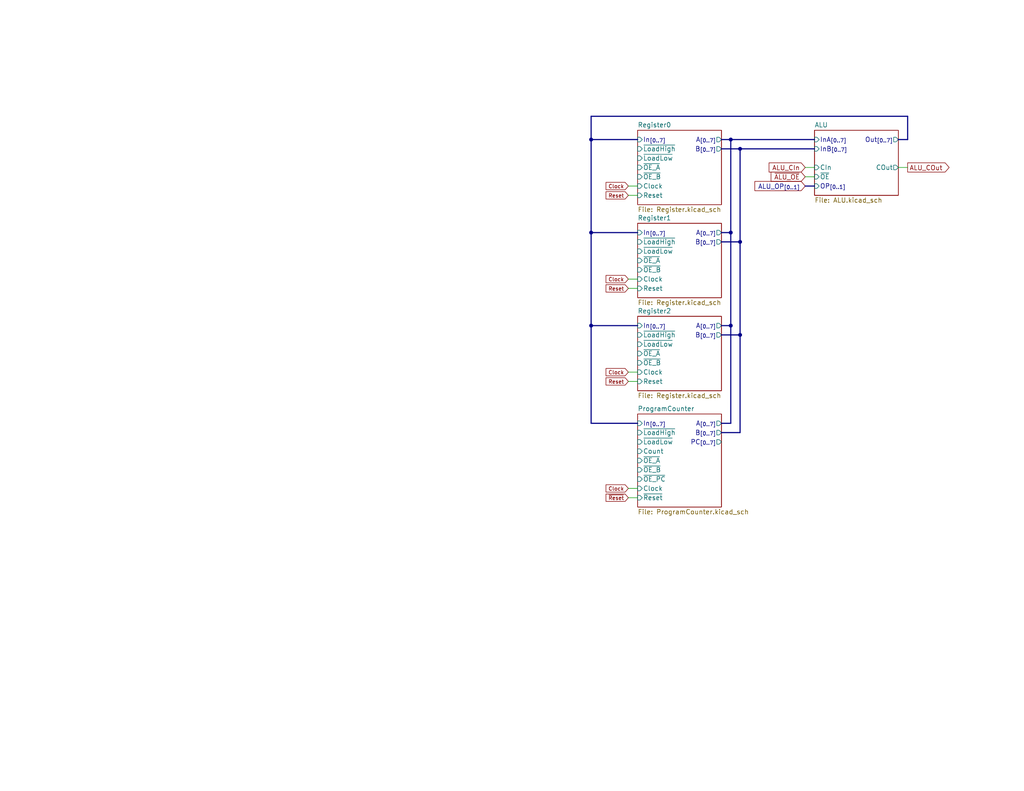
<source format=kicad_sch>
(kicad_sch
	(version 20250114)
	(generator "eeschema")
	(generator_version "9.0")
	(uuid "e198223b-f7bd-4b26-ae2e-259db8d07fb6")
	(paper "USLetter")
	(title_block
		(title "BRISC8 CPU")
		(date "2025-06-05")
		(rev "v1.0.0")
		(company "Brian Duffy")
		(comment 3 "Compatible with the BRISC8 assembler and compiler suite.")
		(comment 4 "Simple 8-bit RISC CPU designed by Brian Duffy to explore the lowest level of computing.")
	)
	(lib_symbols)
	(junction
		(at 161.29 38.1)
		(diameter 0)
		(color 0 0 0 0)
		(uuid "2cb600c6-c2c4-44ec-95d1-48ea1e54dfce")
	)
	(junction
		(at 199.39 63.5)
		(diameter 0)
		(color 0 0 0 0)
		(uuid "33599d49-edd7-410c-916c-109d15959975")
	)
	(junction
		(at 199.39 88.9)
		(diameter 0)
		(color 0 0 0 0)
		(uuid "6e16b336-f5e6-47cf-8f28-a9adf6a7d22f")
	)
	(junction
		(at 161.29 63.5)
		(diameter 0)
		(color 0 0 0 0)
		(uuid "7194c574-9a61-4aeb-a27d-03eda6a66328")
	)
	(junction
		(at 199.39 38.1)
		(diameter 0)
		(color 0 0 0 0)
		(uuid "78f271da-da7a-48b4-98e8-884fe8f34f4e")
	)
	(junction
		(at 201.93 66.04)
		(diameter 0)
		(color 0 0 0 0)
		(uuid "89ac41d9-a56a-49e4-a0aa-fb5d3c83b7c3")
	)
	(junction
		(at 161.29 88.9)
		(diameter 0)
		(color 0 0 0 0)
		(uuid "a4d3ab68-e86a-4ec8-a4ad-df263c9de700")
	)
	(junction
		(at 201.93 91.44)
		(diameter 0)
		(color 0 0 0 0)
		(uuid "b24fe00d-84a1-455a-b994-3bf9d91e9277")
	)
	(junction
		(at 201.93 40.64)
		(diameter 0)
		(color 0 0 0 0)
		(uuid "d9fcb077-93f0-4396-8936-5c5d9e0d78ac")
	)
	(bus
		(pts
			(xy 196.85 40.64) (xy 201.93 40.64)
		)
		(stroke
			(width 0)
			(type default)
		)
		(uuid "05188a9f-155a-4e3c-a7ee-16fb461c0003")
	)
	(bus
		(pts
			(xy 199.39 88.9) (xy 199.39 115.57)
		)
		(stroke
			(width 0)
			(type default)
		)
		(uuid "0775c617-2bd6-4dc2-98e9-05402587b519")
	)
	(bus
		(pts
			(xy 199.39 115.57) (xy 196.85 115.57)
		)
		(stroke
			(width 0)
			(type default)
		)
		(uuid "0b8ec110-8f98-41ba-a02e-ec27e82b2fae")
	)
	(wire
		(pts
			(xy 171.45 133.35) (xy 173.99 133.35)
		)
		(stroke
			(width 0)
			(type default)
		)
		(uuid "0bdfce5f-b1b8-4f89-aa1d-8ed852ecbda0")
	)
	(bus
		(pts
			(xy 161.29 88.9) (xy 161.29 115.57)
		)
		(stroke
			(width 0)
			(type default)
		)
		(uuid "0c078ccc-fb61-48a6-90ab-becc989619e0")
	)
	(wire
		(pts
			(xy 171.45 135.89) (xy 173.99 135.89)
		)
		(stroke
			(width 0)
			(type default)
		)
		(uuid "15ffdae6-5b25-4db5-93e0-26e8864def44")
	)
	(bus
		(pts
			(xy 201.93 66.04) (xy 196.85 66.04)
		)
		(stroke
			(width 0)
			(type default)
		)
		(uuid "198b1c24-a82e-4cc2-bec4-2a50335b6b92")
	)
	(bus
		(pts
			(xy 201.93 40.64) (xy 201.93 66.04)
		)
		(stroke
			(width 0)
			(type default)
		)
		(uuid "19a36f75-89be-40b7-a31d-aa35f014d9ca")
	)
	(bus
		(pts
			(xy 161.29 38.1) (xy 161.29 63.5)
		)
		(stroke
			(width 0)
			(type default)
		)
		(uuid "1e64ed32-4f16-4b42-b964-9a179e13873e")
	)
	(bus
		(pts
			(xy 161.29 31.75) (xy 161.29 38.1)
		)
		(stroke
			(width 0)
			(type default)
		)
		(uuid "2e0f84c8-671b-46cb-bfa5-1ec9c5a990f0")
	)
	(bus
		(pts
			(xy 173.99 38.1) (xy 161.29 38.1)
		)
		(stroke
			(width 0)
			(type default)
		)
		(uuid "2ffc3c86-2c8c-4cbc-9a00-acd0d157ee43")
	)
	(bus
		(pts
			(xy 161.29 63.5) (xy 173.99 63.5)
		)
		(stroke
			(width 0)
			(type default)
		)
		(uuid "32eb63ca-dd76-4c4f-927a-18142293df98")
	)
	(bus
		(pts
			(xy 161.29 88.9) (xy 161.29 63.5)
		)
		(stroke
			(width 0)
			(type default)
		)
		(uuid "47239a2d-09a6-4b5d-ad65-cfdc236a3834")
	)
	(bus
		(pts
			(xy 201.93 118.11) (xy 201.93 91.44)
		)
		(stroke
			(width 0)
			(type default)
		)
		(uuid "4a02f288-1e32-43d7-bdb3-f4a5d4500e96")
	)
	(bus
		(pts
			(xy 199.39 63.5) (xy 199.39 38.1)
		)
		(stroke
			(width 0)
			(type default)
		)
		(uuid "4c9db61e-3fd1-4f03-9b4b-748cbd54e84b")
	)
	(bus
		(pts
			(xy 199.39 38.1) (xy 222.25 38.1)
		)
		(stroke
			(width 0)
			(type default)
		)
		(uuid "5990a28a-9944-494d-b1c4-4c024f88de70")
	)
	(wire
		(pts
			(xy 219.71 45.72) (xy 222.25 45.72)
		)
		(stroke
			(width 0)
			(type default)
		)
		(uuid "7a336366-8079-415c-ac7e-f099e616e701")
	)
	(wire
		(pts
			(xy 171.45 101.6) (xy 173.99 101.6)
		)
		(stroke
			(width 0)
			(type default)
		)
		(uuid "7f0b2b56-9a3b-4f6d-8011-8d626514c245")
	)
	(wire
		(pts
			(xy 219.71 48.26) (xy 222.25 48.26)
		)
		(stroke
			(width 0)
			(type default)
		)
		(uuid "8361cea4-e76b-438f-a29d-18337cbb59a5")
	)
	(bus
		(pts
			(xy 173.99 88.9) (xy 161.29 88.9)
		)
		(stroke
			(width 0)
			(type default)
		)
		(uuid "88b29c67-80d1-493e-aede-598cdcaad852")
	)
	(bus
		(pts
			(xy 199.39 38.1) (xy 196.85 38.1)
		)
		(stroke
			(width 0)
			(type default)
		)
		(uuid "8d1f4638-2e22-4a08-976c-8fa12298c659")
	)
	(bus
		(pts
			(xy 219.71 50.8) (xy 222.25 50.8)
		)
		(stroke
			(width 0)
			(type default)
		)
		(uuid "8d3bc88c-ffda-4734-8ab1-70846999e226")
	)
	(bus
		(pts
			(xy 201.93 91.44) (xy 201.93 66.04)
		)
		(stroke
			(width 0)
			(type default)
		)
		(uuid "8e16cb76-0dee-462c-8141-b0c8fcf065fb")
	)
	(wire
		(pts
			(xy 171.45 78.74) (xy 173.99 78.74)
		)
		(stroke
			(width 0)
			(type default)
		)
		(uuid "8ebbe68f-0eef-477e-8eb7-766f8f19cc88")
	)
	(bus
		(pts
			(xy 196.85 63.5) (xy 199.39 63.5)
		)
		(stroke
			(width 0)
			(type default)
		)
		(uuid "90640003-f03c-4a83-ad2f-a5bd05901cd3")
	)
	(wire
		(pts
			(xy 171.45 104.14) (xy 173.99 104.14)
		)
		(stroke
			(width 0)
			(type default)
		)
		(uuid "a33655bf-aebe-4579-9bd3-a41aba11cb37")
	)
	(bus
		(pts
			(xy 196.85 91.44) (xy 201.93 91.44)
		)
		(stroke
			(width 0)
			(type default)
		)
		(uuid "a3f9a294-03e9-434a-b9dd-b081178c767b")
	)
	(bus
		(pts
			(xy 196.85 118.11) (xy 201.93 118.11)
		)
		(stroke
			(width 0)
			(type default)
		)
		(uuid "a6221fc4-b6b2-4854-a56a-e7d19edc99a6")
	)
	(bus
		(pts
			(xy 247.65 31.75) (xy 161.29 31.75)
		)
		(stroke
			(width 0)
			(type default)
		)
		(uuid "a7fec546-4091-467a-b7c8-6cb0abcd14b9")
	)
	(bus
		(pts
			(xy 245.11 38.1) (xy 247.65 38.1)
		)
		(stroke
			(width 0)
			(type default)
		)
		(uuid "ad6ea1c0-0e73-443c-b3c7-9951019fbd68")
	)
	(bus
		(pts
			(xy 196.85 88.9) (xy 199.39 88.9)
		)
		(stroke
			(width 0)
			(type default)
		)
		(uuid "bb4a4446-45e3-4578-829d-7e0e1063578d")
	)
	(wire
		(pts
			(xy 171.45 76.2) (xy 173.99 76.2)
		)
		(stroke
			(width 0)
			(type default)
		)
		(uuid "bb7433af-9130-42de-a464-3d6addafe886")
	)
	(wire
		(pts
			(xy 171.45 50.8) (xy 173.99 50.8)
		)
		(stroke
			(width 0)
			(type default)
		)
		(uuid "bb8a7394-b55a-46ab-b8cd-b36ee9e5d0dc")
	)
	(wire
		(pts
			(xy 171.45 53.34) (xy 173.99 53.34)
		)
		(stroke
			(width 0)
			(type default)
		)
		(uuid "bd21d5b8-67c2-471e-9d88-adb98617ce52")
	)
	(bus
		(pts
			(xy 247.65 38.1) (xy 247.65 31.75)
		)
		(stroke
			(width 0)
			(type default)
		)
		(uuid "d1edff78-5b49-47b1-b85e-24f05a9aa03c")
	)
	(bus
		(pts
			(xy 201.93 40.64) (xy 222.25 40.64)
		)
		(stroke
			(width 0)
			(type default)
		)
		(uuid "e62d7783-d9d4-4ad9-95d8-f5568356cfc3")
	)
	(bus
		(pts
			(xy 199.39 88.9) (xy 199.39 63.5)
		)
		(stroke
			(width 0)
			(type default)
		)
		(uuid "f35ece42-f3bf-43a4-bb6e-b4f6e8c58666")
	)
	(wire
		(pts
			(xy 245.11 45.72) (xy 247.65 45.72)
		)
		(stroke
			(width 0)
			(type default)
		)
		(uuid "f493bbe2-8929-438b-abca-3593b31bb9d7")
	)
	(bus
		(pts
			(xy 161.29 115.57) (xy 173.99 115.57)
		)
		(stroke
			(width 0)
			(type default)
		)
		(uuid "fbfe1f9b-ec28-44dc-9725-12543adbe6a0")
	)
	(global_label "ALU_COut"
		(shape output)
		(at 247.65 45.72 0)
		(fields_autoplaced yes)
		(effects
			(font
				(size 1.27 1.27)
			)
			(justify left)
		)
		(uuid "12833097-0318-4ad5-8fea-d2726ebef93a")
		(property "Intersheetrefs" "${INTERSHEET_REFS}"
			(at 259.5252 45.72 0)
			(effects
				(font
					(size 1.27 1.27)
				)
				(justify left)
				(hide yes)
			)
		)
	)
	(global_label "Clock"
		(shape input)
		(at 171.45 101.6 180)
		(fields_autoplaced yes)
		(effects
			(font
				(size 1.016 1.016)
			)
			(justify right)
		)
		(uuid "3678a56a-ab4f-48e5-89a1-1a282a45110c")
		(property "Intersheetrefs" "${INTERSHEET_REFS}"
			(at 164.9013 101.6 0)
			(effects
				(font
					(size 1.27 1.27)
				)
				(justify right)
				(hide yes)
			)
		)
	)
	(global_label "Clock"
		(shape input)
		(at 171.45 76.2 180)
		(fields_autoplaced yes)
		(effects
			(font
				(size 1.016 1.016)
			)
			(justify right)
		)
		(uuid "419934a7-babb-4103-a320-f8d7c1c03653")
		(property "Intersheetrefs" "${INTERSHEET_REFS}"
			(at 164.9013 76.2 0)
			(effects
				(font
					(size 1.27 1.27)
				)
				(justify right)
				(hide yes)
			)
		)
	)
	(global_label "Clock"
		(shape input)
		(at 171.45 133.35 180)
		(fields_autoplaced yes)
		(effects
			(font
				(size 1.016 1.016)
			)
			(justify right)
		)
		(uuid "68901545-5542-4902-9713-88496a7635bb")
		(property "Intersheetrefs" "${INTERSHEET_REFS}"
			(at 164.9013 133.35 0)
			(effects
				(font
					(size 1.27 1.27)
				)
				(justify right)
				(hide yes)
			)
		)
	)
	(global_label "ALU_CIn"
		(shape input)
		(at 219.71 45.72 180)
		(fields_autoplaced yes)
		(effects
			(font
				(size 1.27 1.27)
			)
			(justify right)
		)
		(uuid "93588984-36d6-413c-98b8-a98c39de8de8")
		(property "Intersheetrefs" "${INTERSHEET_REFS}"
			(at 209.2862 45.72 0)
			(effects
				(font
					(size 1.27 1.27)
				)
				(justify right)
				(hide yes)
			)
		)
	)
	(global_label "Reset"
		(shape input)
		(at 171.45 53.34 180)
		(fields_autoplaced yes)
		(effects
			(font
				(size 1.016 1.016)
			)
			(justify right)
		)
		(uuid "b53751f0-e605-4132-b235-2f0b67c5ec37")
		(property "Intersheetrefs" "${INTERSHEET_REFS}"
			(at 164.9012 53.34 0)
			(effects
				(font
					(size 1.27 1.27)
				)
				(justify right)
				(hide yes)
			)
		)
	)
	(global_label "Reset"
		(shape input)
		(at 171.45 78.74 180)
		(fields_autoplaced yes)
		(effects
			(font
				(size 1.016 1.016)
			)
			(justify right)
		)
		(uuid "bbc34f8f-9009-4bdf-836d-beacd7821161")
		(property "Intersheetrefs" "${INTERSHEET_REFS}"
			(at 164.9012 78.74 0)
			(effects
				(font
					(size 1.27 1.27)
				)
				(justify right)
				(hide yes)
			)
		)
	)
	(global_label "Clock"
		(shape input)
		(at 171.45 50.8 180)
		(fields_autoplaced yes)
		(effects
			(font
				(size 1.016 1.016)
			)
			(justify right)
		)
		(uuid "c2667fce-3600-4e1e-bbec-2ca9e78c4719")
		(property "Intersheetrefs" "${INTERSHEET_REFS}"
			(at 164.9013 50.8 0)
			(effects
				(font
					(size 1.27 1.27)
				)
				(justify right)
				(hide yes)
			)
		)
	)
	(global_label "~{ALU_OE}"
		(shape input)
		(at 219.71 48.26 180)
		(fields_autoplaced yes)
		(effects
			(font
				(size 1.27 1.27)
			)
			(justify right)
		)
		(uuid "c5843105-ed7e-46de-a7be-333a0326017b")
		(property "Intersheetrefs" "${INTERSHEET_REFS}"
			(at 209.8305 48.26 0)
			(effects
				(font
					(size 1.27 1.27)
				)
				(justify right)
				(hide yes)
			)
		)
	)
	(global_label "~{Reset}"
		(shape input)
		(at 171.45 135.89 180)
		(fields_autoplaced yes)
		(effects
			(font
				(size 1.016 1.016)
			)
			(justify right)
		)
		(uuid "f1c237f2-2b04-4a6e-8aeb-485f4be55828")
		(property "Intersheetrefs" "${INTERSHEET_REFS}"
			(at 164.9012 135.89 0)
			(effects
				(font
					(size 1.27 1.27)
				)
				(justify right)
				(hide yes)
			)
		)
	)
	(global_label "Reset"
		(shape input)
		(at 171.45 104.14 180)
		(fields_autoplaced yes)
		(effects
			(font
				(size 1.016 1.016)
			)
			(justify right)
		)
		(uuid "f4141f66-03ee-43e8-8864-50fe5ef4b199")
		(property "Intersheetrefs" "${INTERSHEET_REFS}"
			(at 164.9012 104.14 0)
			(effects
				(font
					(size 1.27 1.27)
				)
				(justify right)
				(hide yes)
			)
		)
	)
	(global_label "ALU_OP_{[0..1]}"
		(shape input)
		(at 219.71 50.8 180)
		(fields_autoplaced yes)
		(effects
			(font
				(size 1.27 1.27)
			)
			(justify right)
		)
		(uuid "f946835f-15cd-4574-b63e-52887e0c7df8")
		(property "Intersheetrefs" "${INTERSHEET_REFS}"
			(at 205.4013 50.8 0)
			(effects
				(font
					(size 1.27 1.27)
				)
				(justify right)
				(hide yes)
			)
		)
	)
	(sheet
		(at 173.99 60.96)
		(size 22.86 20.32)
		(exclude_from_sim no)
		(in_bom yes)
		(on_board yes)
		(dnp no)
		(fields_autoplaced yes)
		(stroke
			(width 0.1524)
			(type solid)
		)
		(fill
			(color 0 0 0 0.0000)
		)
		(uuid "2656fcec-e6ef-42b1-9b02-b05681610a15")
		(property "Sheetname" "Register1"
			(at 173.99 60.2484 0)
			(effects
				(font
					(size 1.27 1.27)
				)
				(justify left bottom)
			)
		)
		(property "Sheetfile" "Register.kicad_sch"
			(at 173.99 81.8646 0)
			(effects
				(font
					(size 1.27 1.27)
				)
				(justify left top)
			)
		)
		(pin "Clock" input
			(at 173.99 76.2 180)
			(uuid "91bc52da-1f91-4a9c-95b7-aa1d897631a8")
			(effects
				(font
					(size 1.27 1.27)
				)
				(justify left)
			)
		)
		(pin "~{LoadHigh}" input
			(at 173.99 66.04 180)
			(uuid "9030e313-dcb2-41d5-b87f-ce2ee312935c")
			(effects
				(font
					(size 1.27 1.27)
				)
				(justify left)
			)
		)
		(pin "Reset" input
			(at 173.99 78.74 180)
			(uuid "235112e5-892a-4176-bedf-44ba26b6cc68")
			(effects
				(font
					(size 1.27 1.27)
				)
				(justify left)
			)
		)
		(pin "In_{[0..7]}" input
			(at 173.99 63.5 180)
			(uuid "e84c13bd-e172-4c01-9262-f36a86d4e87c")
			(effects
				(font
					(size 1.27 1.27)
				)
				(justify left)
			)
		)
		(pin "~{LoadLow}" input
			(at 173.99 68.58 180)
			(uuid "cffa4ac0-edab-4a4e-ba8e-5ae85f5c12ee")
			(effects
				(font
					(size 1.27 1.27)
				)
				(justify left)
			)
		)
		(pin "~{OE_B}" input
			(at 173.99 73.66 180)
			(uuid "c01bc1f0-1649-42f3-88bc-d886c9c2b1ea")
			(effects
				(font
					(size 1.27 1.27)
				)
				(justify left)
			)
		)
		(pin "~{OE_A}" input
			(at 173.99 71.12 180)
			(uuid "3df29196-da41-43cf-8174-7ea558558898")
			(effects
				(font
					(size 1.27 1.27)
				)
				(justify left)
			)
		)
		(pin "B_{[0..7]}" output
			(at 196.85 66.04 0)
			(uuid "d824bbcf-ba99-4797-803a-fd3586006190")
			(effects
				(font
					(size 1.27 1.27)
				)
				(justify right)
			)
		)
		(pin "A_{[0..7]}" output
			(at 196.85 63.5 0)
			(uuid "45440a4d-ad39-4e26-9f81-41dfab88c51c")
			(effects
				(font
					(size 1.27 1.27)
				)
				(justify right)
			)
		)
		(instances
			(project "BRISC8"
				(path "/e198223b-f7bd-4b26-ae2e-259db8d07fb6"
					(page "3")
				)
			)
		)
	)
	(sheet
		(at 173.99 113.03)
		(size 22.86 25.4)
		(exclude_from_sim no)
		(in_bom yes)
		(on_board yes)
		(dnp no)
		(fields_autoplaced yes)
		(stroke
			(width 0.1524)
			(type solid)
		)
		(fill
			(color 0 0 0 0.0000)
		)
		(uuid "32b65a46-0acc-41f4-8686-8f1c8e6d6b91")
		(property "Sheetname" "ProgramCounter"
			(at 173.99 112.3184 0)
			(effects
				(font
					(size 1.27 1.27)
				)
				(justify left bottom)
			)
		)
		(property "Sheetfile" "ProgramCounter.kicad_sch"
			(at 173.99 139.0146 0)
			(effects
				(font
					(size 1.27 1.27)
				)
				(justify left top)
			)
		)
		(pin "In_{[0..7]}" input
			(at 173.99 115.57 180)
			(uuid "2ece2ba5-5034-4adc-9df5-a4779a8cf179")
			(effects
				(font
					(size 1.27 1.27)
				)
				(justify left)
			)
		)
		(pin "Clock" input
			(at 173.99 133.35 180)
			(uuid "503da39a-98d4-4463-bb12-4d273bd7a303")
			(effects
				(font
					(size 1.27 1.27)
				)
				(justify left)
			)
		)
		(pin "~{LoadLow}" input
			(at 173.99 120.65 180)
			(uuid "923dd9a1-eafb-4328-bca0-0cbc67dca3ec")
			(effects
				(font
					(size 1.27 1.27)
				)
				(justify left)
			)
		)
		(pin "~{Reset}" input
			(at 173.99 135.89 180)
			(uuid "5d6049fd-df21-48a5-ac9e-2715224f3970")
			(effects
				(font
					(size 1.27 1.27)
				)
				(justify left)
			)
		)
		(pin "~{LoadHigh}" input
			(at 173.99 118.11 180)
			(uuid "2027362e-6ecc-4c03-8f92-47777bde65c7")
			(effects
				(font
					(size 1.27 1.27)
				)
				(justify left)
			)
		)
		(pin "Count" input
			(at 173.99 123.19 180)
			(uuid "48e0eac5-b432-4b66-ab33-f93cb8247e1b")
			(effects
				(font
					(size 1.27 1.27)
				)
				(justify left)
			)
		)
		(pin "~{OE_A}" input
			(at 173.99 125.73 180)
			(uuid "b42cc9b6-a365-4118-8b4f-ac35e94a9f04")
			(effects
				(font
					(size 1.27 1.27)
				)
				(justify left)
			)
		)
		(pin "B_{[0..7]}" output
			(at 196.85 118.11 0)
			(uuid "063eda81-2195-4098-a48d-af8af4e77e83")
			(effects
				(font
					(size 1.27 1.27)
				)
				(justify right)
			)
		)
		(pin "A_{[0..7]}" output
			(at 196.85 115.57 0)
			(uuid "934f7661-70ca-44e9-9889-68ab95972476")
			(effects
				(font
					(size 1.27 1.27)
				)
				(justify right)
			)
		)
		(pin "~{OE_B}" input
			(at 173.99 128.27 180)
			(uuid "93ea233f-82a9-480b-9258-33bf67205d65")
			(effects
				(font
					(size 1.27 1.27)
				)
				(justify left)
			)
		)
		(pin "PC_{[0..7]}" output
			(at 196.85 120.65 0)
			(uuid "cf4cafdc-4f1c-494d-aa89-3f1a3df3517d")
			(effects
				(font
					(size 1.27 1.27)
				)
				(justify right)
			)
		)
		(pin "~{OE_PC}" input
			(at 173.99 130.81 180)
			(uuid "29c1ec7f-ca77-4c9a-ac3b-7c056ef18012")
			(effects
				(font
					(size 1.27 1.27)
				)
				(justify left)
			)
		)
		(instances
			(project "BRISC8"
				(path "/e198223b-f7bd-4b26-ae2e-259db8d07fb6"
					(page "6")
				)
			)
		)
	)
	(sheet
		(at 222.25 35.56)
		(size 22.86 17.78)
		(exclude_from_sim no)
		(in_bom yes)
		(on_board yes)
		(dnp no)
		(fields_autoplaced yes)
		(stroke
			(width 0.1524)
			(type solid)
		)
		(fill
			(color 0 0 0 0.0000)
		)
		(uuid "53759688-8c98-4ecc-a79a-fcbccee52d20")
		(property "Sheetname" "ALU"
			(at 222.25 34.8484 0)
			(effects
				(font
					(size 1.27 1.27)
				)
				(justify left bottom)
			)
		)
		(property "Sheetfile" "ALU.kicad_sch"
			(at 222.25 53.9246 0)
			(effects
				(font
					(size 1.27 1.27)
				)
				(justify left top)
			)
		)
		(pin "InA_{[0..7]}" input
			(at 222.25 38.1 180)
			(uuid "b5266b3c-f9c4-44fd-840f-828c8d837553")
			(effects
				(font
					(size 1.27 1.27)
				)
				(justify left)
			)
		)
		(pin "InB_{[0..7]}" input
			(at 222.25 40.64 180)
			(uuid "9ac86ac9-00be-4073-a84b-2d5dc96fe820")
			(effects
				(font
					(size 1.27 1.27)
				)
				(justify left)
			)
		)
		(pin "CIn" input
			(at 222.25 45.72 180)
			(uuid "ddb9161e-e6e5-4c0e-b5f0-2dbdc4015418")
			(effects
				(font
					(size 1.27 1.27)
				)
				(justify left)
			)
		)
		(pin "COut" output
			(at 245.11 45.72 0)
			(uuid "29fadd93-400c-42a8-b697-2248156702df")
			(effects
				(font
					(size 1.27 1.27)
				)
				(justify right)
			)
		)
		(pin "Out_{[0..7]}" output
			(at 245.11 38.1 0)
			(uuid "d0f46b7e-5268-4633-8dae-1afbc1c19955")
			(effects
				(font
					(size 1.27 1.27)
				)
				(justify right)
			)
		)
		(pin "~{OE}" input
			(at 222.25 48.26 180)
			(uuid "bbe8a16f-1d5c-44c1-b0cc-9bda33e8f8b5")
			(effects
				(font
					(size 1.27 1.27)
				)
				(justify left)
			)
		)
		(pin "OP_{[0..1]}" input
			(at 222.25 50.8 180)
			(uuid "86d957f2-9bbb-4072-b594-bd6da614be87")
			(effects
				(font
					(size 1.27 1.27)
				)
				(justify left)
			)
		)
		(instances
			(project "BRISC8"
				(path "/e198223b-f7bd-4b26-ae2e-259db8d07fb6"
					(page "5")
				)
			)
		)
	)
	(sheet
		(at 173.99 86.36)
		(size 22.86 20.32)
		(exclude_from_sim no)
		(in_bom yes)
		(on_board yes)
		(dnp no)
		(fields_autoplaced yes)
		(stroke
			(width 0.1524)
			(type solid)
		)
		(fill
			(color 0 0 0 0.0000)
		)
		(uuid "812e07c3-c50e-4dc2-95f7-a6185719bb19")
		(property "Sheetname" "Register2"
			(at 173.99 85.6484 0)
			(effects
				(font
					(size 1.27 1.27)
				)
				(justify left bottom)
			)
		)
		(property "Sheetfile" "Register.kicad_sch"
			(at 173.99 107.2646 0)
			(effects
				(font
					(size 1.27 1.27)
				)
				(justify left top)
			)
		)
		(pin "Clock" input
			(at 173.99 101.6 180)
			(uuid "3764926c-3de5-4f02-9436-f5d2a6487a0f")
			(effects
				(font
					(size 1.27 1.27)
				)
				(justify left)
			)
		)
		(pin "~{LoadHigh}" input
			(at 173.99 91.44 180)
			(uuid "2973a026-61ec-4e8b-b3a0-a2ad626db244")
			(effects
				(font
					(size 1.27 1.27)
				)
				(justify left)
			)
		)
		(pin "Reset" input
			(at 173.99 104.14 180)
			(uuid "7b87b6d0-a585-4c33-8b62-d446a3b46f69")
			(effects
				(font
					(size 1.27 1.27)
				)
				(justify left)
			)
		)
		(pin "In_{[0..7]}" input
			(at 173.99 88.9 180)
			(uuid "59ea9f3f-299b-4852-a2aa-0d2be2e7060c")
			(effects
				(font
					(size 1.27 1.27)
				)
				(justify left)
			)
		)
		(pin "~{LoadLow}" input
			(at 173.99 93.98 180)
			(uuid "b2ceb1a4-4e5d-4050-a2c8-1ab626df73e3")
			(effects
				(font
					(size 1.27 1.27)
				)
				(justify left)
			)
		)
		(pin "~{OE_B}" input
			(at 173.99 99.06 180)
			(uuid "2527a043-1f9e-4619-a88f-96d396cda96f")
			(effects
				(font
					(size 1.27 1.27)
				)
				(justify left)
			)
		)
		(pin "~{OE_A}" input
			(at 173.99 96.52 180)
			(uuid "597812c2-bc7e-4a35-8608-2d26c2c77c9a")
			(effects
				(font
					(size 1.27 1.27)
				)
				(justify left)
			)
		)
		(pin "B_{[0..7]}" output
			(at 196.85 91.44 0)
			(uuid "6f0c1f16-8233-4348-8347-59ffd443dba1")
			(effects
				(font
					(size 1.27 1.27)
				)
				(justify right)
			)
		)
		(pin "A_{[0..7]}" output
			(at 196.85 88.9 0)
			(uuid "53be5ce1-2f23-4089-a002-dbbc91ad7064")
			(effects
				(font
					(size 1.27 1.27)
				)
				(justify right)
			)
		)
		(instances
			(project "BRISC8"
				(path "/e198223b-f7bd-4b26-ae2e-259db8d07fb6"
					(page "4")
				)
			)
		)
	)
	(sheet
		(at 173.99 35.56)
		(size 22.86 20.32)
		(exclude_from_sim no)
		(in_bom yes)
		(on_board yes)
		(dnp no)
		(fields_autoplaced yes)
		(stroke
			(width 0.1524)
			(type solid)
		)
		(fill
			(color 0 0 0 0.0000)
		)
		(uuid "8a6adcde-ca86-4012-99bb-5a97794084e0")
		(property "Sheetname" "Register0"
			(at 173.99 34.8484 0)
			(effects
				(font
					(size 1.27 1.27)
				)
				(justify left bottom)
			)
		)
		(property "Sheetfile" "Register.kicad_sch"
			(at 173.99 56.4646 0)
			(effects
				(font
					(size 1.27 1.27)
				)
				(justify left top)
			)
		)
		(pin "Clock" input
			(at 173.99 50.8 180)
			(uuid "f35c0672-d9ff-4dee-abaa-e3b586514259")
			(effects
				(font
					(size 1.27 1.27)
				)
				(justify left)
			)
		)
		(pin "~{LoadHigh}" input
			(at 173.99 40.64 180)
			(uuid "940626c3-f2df-434a-83ab-92a3eb3c47c5")
			(effects
				(font
					(size 1.27 1.27)
				)
				(justify left)
			)
		)
		(pin "Reset" input
			(at 173.99 53.34 180)
			(uuid "5160aa69-8f08-45be-845e-35c07a4f9dfe")
			(effects
				(font
					(size 1.27 1.27)
				)
				(justify left)
			)
		)
		(pin "In_{[0..7]}" input
			(at 173.99 38.1 180)
			(uuid "85a1bb24-fc1c-485a-9961-6fff76efdd74")
			(effects
				(font
					(size 1.27 1.27)
				)
				(justify left)
			)
		)
		(pin "~{LoadLow}" input
			(at 173.99 43.18 180)
			(uuid "3b5cfcfd-2b52-44f8-b9ba-aa926b3bd786")
			(effects
				(font
					(size 1.27 1.27)
				)
				(justify left)
			)
		)
		(pin "~{OE_B}" input
			(at 173.99 48.26 180)
			(uuid "005d5bc9-668a-4ddb-b69f-4101f8fd7027")
			(effects
				(font
					(size 1.27 1.27)
				)
				(justify left)
			)
		)
		(pin "~{OE_A}" input
			(at 173.99 45.72 180)
			(uuid "1c755e34-5172-4dc1-b8c7-96718a3d103b")
			(effects
				(font
					(size 1.27 1.27)
				)
				(justify left)
			)
		)
		(pin "B_{[0..7]}" output
			(at 196.85 40.64 0)
			(uuid "35b2bb8f-3d3c-4821-be5a-2f278c7884bb")
			(effects
				(font
					(size 1.27 1.27)
				)
				(justify right)
			)
		)
		(pin "A_{[0..7]}" output
			(at 196.85 38.1 0)
			(uuid "bb53c0e6-389f-4dcd-80dd-4714ffbe32ad")
			(effects
				(font
					(size 1.27 1.27)
				)
				(justify right)
			)
		)
		(instances
			(project "BRISC8"
				(path "/e198223b-f7bd-4b26-ae2e-259db8d07fb6"
					(page "2")
				)
			)
		)
	)
	(sheet_instances
		(path "/"
			(page "1")
		)
	)
	(embedded_fonts no)
)

</source>
